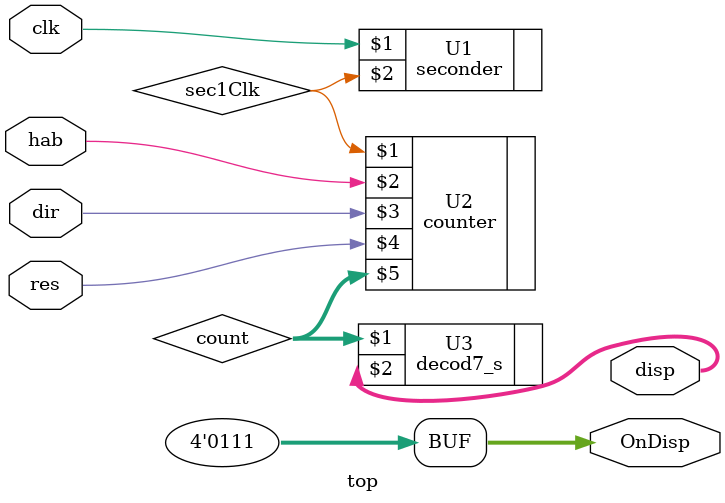
<source format=v>
module top(
	input clk,
	input dir, 
	input hab, 
	input res, 
	output [6:0] disp, 
	output [3:0] OnDisp
    );

	wire sec1Clk; 
	wire [3:0] count; 

	seconder U1(clk, sec1Clk); 
	counter U2(sec1Clk, hab, dir, res, count); 
	//counter U2(clk, hab, dir, res, count); 

	decod7_s U3(count, disp);
	assign OnDisp = 4'b0111; 
endmodule

</source>
